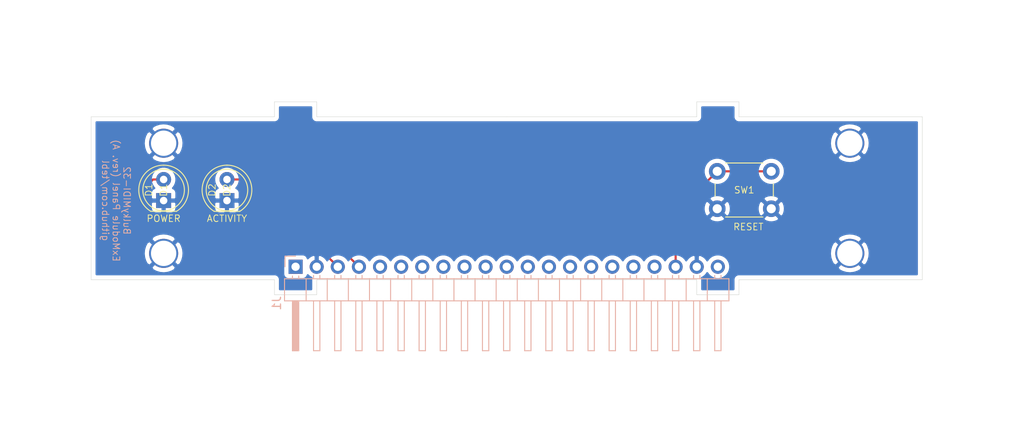
<source format=kicad_pcb>
(kicad_pcb (version 20171130) (host pcbnew "(5.1.8)-1")

  (general
    (thickness 1.6)
    (drawings 23)
    (tracks 12)
    (zones 0)
    (modules 8)
    (nets 5)
  )

  (page A4)
  (layers
    (0 F.Cu signal)
    (31 B.Cu signal)
    (32 B.Adhes user)
    (33 F.Adhes user)
    (34 B.Paste user)
    (35 F.Paste user)
    (36 B.SilkS user)
    (37 F.SilkS user)
    (38 B.Mask user)
    (39 F.Mask user)
    (40 Dwgs.User user)
    (41 Cmts.User user)
    (42 Eco1.User user)
    (43 Eco2.User user)
    (44 Edge.Cuts user)
    (45 Margin user)
    (46 B.CrtYd user)
    (47 F.CrtYd user)
    (48 B.Fab user hide)
    (49 F.Fab user)
  )

  (setup
    (last_trace_width 0.25)
    (trace_clearance 0.2)
    (zone_clearance 0.508)
    (zone_45_only no)
    (trace_min 0.2)
    (via_size 0.8)
    (via_drill 0.4)
    (via_min_size 0.4)
    (via_min_drill 0.3)
    (uvia_size 0.3)
    (uvia_drill 0.1)
    (uvias_allowed no)
    (uvia_min_size 0.2)
    (uvia_min_drill 0.1)
    (edge_width 0.05)
    (segment_width 0.2)
    (pcb_text_width 0.3)
    (pcb_text_size 1.5 1.5)
    (mod_edge_width 0.12)
    (mod_text_size 1 1)
    (mod_text_width 0.15)
    (pad_size 1.524 1.524)
    (pad_drill 0.762)
    (pad_to_mask_clearance 0)
    (aux_axis_origin 0 0)
    (grid_origin 141.09 121.579)
    (visible_elements 7FFFFFFF)
    (pcbplotparams
      (layerselection 0x011fc_ffffffff)
      (usegerberextensions true)
      (usegerberattributes false)
      (usegerberadvancedattributes false)
      (creategerberjobfile false)
      (excludeedgelayer true)
      (linewidth 0.100000)
      (plotframeref false)
      (viasonmask false)
      (mode 1)
      (useauxorigin false)
      (hpglpennumber 1)
      (hpglpenspeed 20)
      (hpglpendiameter 15.000000)
      (psnegative false)
      (psa4output false)
      (plotreference true)
      (plotvalue true)
      (plotinvisibletext false)
      (padsonsilk false)
      (subtractmaskfromsilk false)
      (outputformat 1)
      (mirror false)
      (drillshape 0)
      (scaleselection 1)
      (outputdirectory "export/"))
  )

  (net 0 "")
  (net 1 GND)
  (net 2 /ACT)
  (net 3 /PWR)
  (net 4 /RESET)

  (net_class Default "This is the default net class."
    (clearance 0.2)
    (trace_width 0.25)
    (via_dia 0.8)
    (via_drill 0.4)
    (uvia_dia 0.3)
    (uvia_drill 0.1)
    (add_net /ACT)
    (add_net /PWR)
    (add_net /RESET)
  )

  (net_class PWR ""
    (clearance 0.2)
    (trace_width 0.381)
    (via_dia 0.8)
    (via_drill 0.4)
    (uvia_dia 0.3)
    (uvia_drill 0.1)
    (add_net GND)
  )

  (module LED_THT:LED_D5.0mm locked (layer F.Cu) (tedit 5995936A) (tstamp 6282A53B)
    (at 99.815 122.849 90)
    (descr "LED, diameter 5.0mm, 2 pins, http://cdn-reichelt.de/documents/datenblatt/A500/LL-504BC2E-009.pdf")
    (tags "LED diameter 5.0mm 2 pins")
    (path /6283F232)
    (fp_text reference D1 (at 1.27 -1.778 90) (layer F.SilkS)
      (effects (font (size 0.8 0.8) (thickness 0.1)))
    )
    (fp_text value POWER (at -2.159 0 180) (layer F.SilkS)
      (effects (font (size 0.8 0.8) (thickness 0.1)))
    )
    (fp_line (start 4.5 -3.25) (end -1.95 -3.25) (layer F.CrtYd) (width 0.05))
    (fp_line (start 4.5 3.25) (end 4.5 -3.25) (layer F.CrtYd) (width 0.05))
    (fp_line (start -1.95 3.25) (end 4.5 3.25) (layer F.CrtYd) (width 0.05))
    (fp_line (start -1.95 -3.25) (end -1.95 3.25) (layer F.CrtYd) (width 0.05))
    (fp_line (start -1.29 -1.545) (end -1.29 1.545) (layer F.SilkS) (width 0.12))
    (fp_line (start -1.23 -1.469694) (end -1.23 1.469694) (layer F.Fab) (width 0.1))
    (fp_circle (center 1.27 0) (end 3.77 0) (layer F.SilkS) (width 0.12))
    (fp_circle (center 1.27 0) (end 3.77 0) (layer F.Fab) (width 0.1))
    (fp_arc (start 1.27 0) (end -1.23 -1.469694) (angle 299.1) (layer F.Fab) (width 0.1))
    (fp_arc (start 1.27 0) (end -1.29 -1.54483) (angle 148.9) (layer F.SilkS) (width 0.12))
    (fp_arc (start 1.27 0) (end -1.29 1.54483) (angle -148.9) (layer F.SilkS) (width 0.12))
    (fp_text user %R (at 1.25 0 90) (layer F.SilkS)
      (effects (font (size 0.8 0.8) (thickness 0.1)))
    )
    (pad 1 thru_hole rect (at 0 0 90) (size 1.8 1.8) (drill 0.9) (layers *.Cu *.Mask)
      (net 1 GND))
    (pad 2 thru_hole circle (at 2.54 0 90) (size 1.8 1.8) (drill 0.9) (layers *.Cu *.Mask)
      (net 3 /PWR))
    (model ${KISYS3DMOD}/LED_THT.3dshapes/LED_D5.0mm.wrl
      (at (xyz 0 0 0))
      (scale (xyz 1 1 1))
      (rotate (xyz 0 0 0))
    )
  )

  (module Connector_PinHeader_2.54mm:PinHeader_1x21_P2.54mm_Horizontal locked (layer B.Cu) (tedit 59FED5CB) (tstamp 6282A785)
    (at 115.69 130.81 270)
    (descr "Through hole angled pin header, 1x21, 2.54mm pitch, 6mm pin length, single row")
    (tags "Through hole angled pin header THT 1x21 2.54mm single row")
    (path /62825997)
    (fp_text reference J1 (at 4.385 2.27 270) (layer B.SilkS)
      (effects (font (size 1 1) (thickness 0.15)) (justify mirror))
    )
    (fp_text value ExModule (at 4.385 -53.07 270) (layer B.Fab)
      (effects (font (size 1 1) (thickness 0.15)) (justify mirror))
    )
    (fp_line (start 10.55 1.8) (end -1.8 1.8) (layer B.CrtYd) (width 0.05))
    (fp_line (start 10.55 -52.6) (end 10.55 1.8) (layer B.CrtYd) (width 0.05))
    (fp_line (start -1.8 -52.6) (end 10.55 -52.6) (layer B.CrtYd) (width 0.05))
    (fp_line (start -1.8 1.8) (end -1.8 -52.6) (layer B.CrtYd) (width 0.05))
    (fp_line (start -1.27 1.27) (end 0 1.27) (layer B.SilkS) (width 0.12))
    (fp_line (start -1.27 0) (end -1.27 1.27) (layer B.SilkS) (width 0.12))
    (fp_line (start 1.042929 -51.18) (end 1.44 -51.18) (layer B.SilkS) (width 0.12))
    (fp_line (start 1.042929 -50.42) (end 1.44 -50.42) (layer B.SilkS) (width 0.12))
    (fp_line (start 10.1 -51.18) (end 4.1 -51.18) (layer B.SilkS) (width 0.12))
    (fp_line (start 10.1 -50.42) (end 10.1 -51.18) (layer B.SilkS) (width 0.12))
    (fp_line (start 4.1 -50.42) (end 10.1 -50.42) (layer B.SilkS) (width 0.12))
    (fp_line (start 1.44 -49.53) (end 4.1 -49.53) (layer B.SilkS) (width 0.12))
    (fp_line (start 1.042929 -48.64) (end 1.44 -48.64) (layer B.SilkS) (width 0.12))
    (fp_line (start 1.042929 -47.88) (end 1.44 -47.88) (layer B.SilkS) (width 0.12))
    (fp_line (start 10.1 -48.64) (end 4.1 -48.64) (layer B.SilkS) (width 0.12))
    (fp_line (start 10.1 -47.88) (end 10.1 -48.64) (layer B.SilkS) (width 0.12))
    (fp_line (start 4.1 -47.88) (end 10.1 -47.88) (layer B.SilkS) (width 0.12))
    (fp_line (start 1.44 -46.99) (end 4.1 -46.99) (layer B.SilkS) (width 0.12))
    (fp_line (start 1.042929 -46.1) (end 1.44 -46.1) (layer B.SilkS) (width 0.12))
    (fp_line (start 1.042929 -45.34) (end 1.44 -45.34) (layer B.SilkS) (width 0.12))
    (fp_line (start 10.1 -46.1) (end 4.1 -46.1) (layer B.SilkS) (width 0.12))
    (fp_line (start 10.1 -45.34) (end 10.1 -46.1) (layer B.SilkS) (width 0.12))
    (fp_line (start 4.1 -45.34) (end 10.1 -45.34) (layer B.SilkS) (width 0.12))
    (fp_line (start 1.44 -44.45) (end 4.1 -44.45) (layer B.SilkS) (width 0.12))
    (fp_line (start 1.042929 -43.56) (end 1.44 -43.56) (layer B.SilkS) (width 0.12))
    (fp_line (start 1.042929 -42.8) (end 1.44 -42.8) (layer B.SilkS) (width 0.12))
    (fp_line (start 10.1 -43.56) (end 4.1 -43.56) (layer B.SilkS) (width 0.12))
    (fp_line (start 10.1 -42.8) (end 10.1 -43.56) (layer B.SilkS) (width 0.12))
    (fp_line (start 4.1 -42.8) (end 10.1 -42.8) (layer B.SilkS) (width 0.12))
    (fp_line (start 1.44 -41.91) (end 4.1 -41.91) (layer B.SilkS) (width 0.12))
    (fp_line (start 1.042929 -41.02) (end 1.44 -41.02) (layer B.SilkS) (width 0.12))
    (fp_line (start 1.042929 -40.26) (end 1.44 -40.26) (layer B.SilkS) (width 0.12))
    (fp_line (start 10.1 -41.02) (end 4.1 -41.02) (layer B.SilkS) (width 0.12))
    (fp_line (start 10.1 -40.26) (end 10.1 -41.02) (layer B.SilkS) (width 0.12))
    (fp_line (start 4.1 -40.26) (end 10.1 -40.26) (layer B.SilkS) (width 0.12))
    (fp_line (start 1.44 -39.37) (end 4.1 -39.37) (layer B.SilkS) (width 0.12))
    (fp_line (start 1.042929 -38.48) (end 1.44 -38.48) (layer B.SilkS) (width 0.12))
    (fp_line (start 1.042929 -37.72) (end 1.44 -37.72) (layer B.SilkS) (width 0.12))
    (fp_line (start 10.1 -38.48) (end 4.1 -38.48) (layer B.SilkS) (width 0.12))
    (fp_line (start 10.1 -37.72) (end 10.1 -38.48) (layer B.SilkS) (width 0.12))
    (fp_line (start 4.1 -37.72) (end 10.1 -37.72) (layer B.SilkS) (width 0.12))
    (fp_line (start 1.44 -36.83) (end 4.1 -36.83) (layer B.SilkS) (width 0.12))
    (fp_line (start 1.042929 -35.94) (end 1.44 -35.94) (layer B.SilkS) (width 0.12))
    (fp_line (start 1.042929 -35.18) (end 1.44 -35.18) (layer B.SilkS) (width 0.12))
    (fp_line (start 10.1 -35.94) (end 4.1 -35.94) (layer B.SilkS) (width 0.12))
    (fp_line (start 10.1 -35.18) (end 10.1 -35.94) (layer B.SilkS) (width 0.12))
    (fp_line (start 4.1 -35.18) (end 10.1 -35.18) (layer B.SilkS) (width 0.12))
    (fp_line (start 1.44 -34.29) (end 4.1 -34.29) (layer B.SilkS) (width 0.12))
    (fp_line (start 1.042929 -33.4) (end 1.44 -33.4) (layer B.SilkS) (width 0.12))
    (fp_line (start 1.042929 -32.64) (end 1.44 -32.64) (layer B.SilkS) (width 0.12))
    (fp_line (start 10.1 -33.4) (end 4.1 -33.4) (layer B.SilkS) (width 0.12))
    (fp_line (start 10.1 -32.64) (end 10.1 -33.4) (layer B.SilkS) (width 0.12))
    (fp_line (start 4.1 -32.64) (end 10.1 -32.64) (layer B.SilkS) (width 0.12))
    (fp_line (start 1.44 -31.75) (end 4.1 -31.75) (layer B.SilkS) (width 0.12))
    (fp_line (start 1.042929 -30.86) (end 1.44 -30.86) (layer B.SilkS) (width 0.12))
    (fp_line (start 1.042929 -30.1) (end 1.44 -30.1) (layer B.SilkS) (width 0.12))
    (fp_line (start 10.1 -30.86) (end 4.1 -30.86) (layer B.SilkS) (width 0.12))
    (fp_line (start 10.1 -30.1) (end 10.1 -30.86) (layer B.SilkS) (width 0.12))
    (fp_line (start 4.1 -30.1) (end 10.1 -30.1) (layer B.SilkS) (width 0.12))
    (fp_line (start 1.44 -29.21) (end 4.1 -29.21) (layer B.SilkS) (width 0.12))
    (fp_line (start 1.042929 -28.32) (end 1.44 -28.32) (layer B.SilkS) (width 0.12))
    (fp_line (start 1.042929 -27.56) (end 1.44 -27.56) (layer B.SilkS) (width 0.12))
    (fp_line (start 10.1 -28.32) (end 4.1 -28.32) (layer B.SilkS) (width 0.12))
    (fp_line (start 10.1 -27.56) (end 10.1 -28.32) (layer B.SilkS) (width 0.12))
    (fp_line (start 4.1 -27.56) (end 10.1 -27.56) (layer B.SilkS) (width 0.12))
    (fp_line (start 1.44 -26.67) (end 4.1 -26.67) (layer B.SilkS) (width 0.12))
    (fp_line (start 1.042929 -25.78) (end 1.44 -25.78) (layer B.SilkS) (width 0.12))
    (fp_line (start 1.042929 -25.02) (end 1.44 -25.02) (layer B.SilkS) (width 0.12))
    (fp_line (start 10.1 -25.78) (end 4.1 -25.78) (layer B.SilkS) (width 0.12))
    (fp_line (start 10.1 -25.02) (end 10.1 -25.78) (layer B.SilkS) (width 0.12))
    (fp_line (start 4.1 -25.02) (end 10.1 -25.02) (layer B.SilkS) (width 0.12))
    (fp_line (start 1.44 -24.13) (end 4.1 -24.13) (layer B.SilkS) (width 0.12))
    (fp_line (start 1.042929 -23.24) (end 1.44 -23.24) (layer B.SilkS) (width 0.12))
    (fp_line (start 1.042929 -22.48) (end 1.44 -22.48) (layer B.SilkS) (width 0.12))
    (fp_line (start 10.1 -23.24) (end 4.1 -23.24) (layer B.SilkS) (width 0.12))
    (fp_line (start 10.1 -22.48) (end 10.1 -23.24) (layer B.SilkS) (width 0.12))
    (fp_line (start 4.1 -22.48) (end 10.1 -22.48) (layer B.SilkS) (width 0.12))
    (fp_line (start 1.44 -21.59) (end 4.1 -21.59) (layer B.SilkS) (width 0.12))
    (fp_line (start 1.042929 -20.7) (end 1.44 -20.7) (layer B.SilkS) (width 0.12))
    (fp_line (start 1.042929 -19.94) (end 1.44 -19.94) (layer B.SilkS) (width 0.12))
    (fp_line (start 10.1 -20.7) (end 4.1 -20.7) (layer B.SilkS) (width 0.12))
    (fp_line (start 10.1 -19.94) (end 10.1 -20.7) (layer B.SilkS) (width 0.12))
    (fp_line (start 4.1 -19.94) (end 10.1 -19.94) (layer B.SilkS) (width 0.12))
    (fp_line (start 1.44 -19.05) (end 4.1 -19.05) (layer B.SilkS) (width 0.12))
    (fp_line (start 1.042929 -18.16) (end 1.44 -18.16) (layer B.SilkS) (width 0.12))
    (fp_line (start 1.042929 -17.4) (end 1.44 -17.4) (layer B.SilkS) (width 0.12))
    (fp_line (start 10.1 -18.16) (end 4.1 -18.16) (layer B.SilkS) (width 0.12))
    (fp_line (start 10.1 -17.4) (end 10.1 -18.16) (layer B.SilkS) (width 0.12))
    (fp_line (start 4.1 -17.4) (end 10.1 -17.4) (layer B.SilkS) (width 0.12))
    (fp_line (start 1.44 -16.51) (end 4.1 -16.51) (layer B.SilkS) (width 0.12))
    (fp_line (start 1.042929 -15.62) (end 1.44 -15.62) (layer B.SilkS) (width 0.12))
    (fp_line (start 1.042929 -14.86) (end 1.44 -14.86) (layer B.SilkS) (width 0.12))
    (fp_line (start 10.1 -15.62) (end 4.1 -15.62) (layer B.SilkS) (width 0.12))
    (fp_line (start 10.1 -14.86) (end 10.1 -15.62) (layer B.SilkS) (width 0.12))
    (fp_line (start 4.1 -14.86) (end 10.1 -14.86) (layer B.SilkS) (width 0.12))
    (fp_line (start 1.44 -13.97) (end 4.1 -13.97) (layer B.SilkS) (width 0.12))
    (fp_line (start 1.042929 -13.08) (end 1.44 -13.08) (layer B.SilkS) (width 0.12))
    (fp_line (start 1.042929 -12.32) (end 1.44 -12.32) (layer B.SilkS) (width 0.12))
    (fp_line (start 10.1 -13.08) (end 4.1 -13.08) (layer B.SilkS) (width 0.12))
    (fp_line (start 10.1 -12.32) (end 10.1 -13.08) (layer B.SilkS) (width 0.12))
    (fp_line (start 4.1 -12.32) (end 10.1 -12.32) (layer B.SilkS) (width 0.12))
    (fp_line (start 1.44 -11.43) (end 4.1 -11.43) (layer B.SilkS) (width 0.12))
    (fp_line (start 1.042929 -10.54) (end 1.44 -10.54) (layer B.SilkS) (width 0.12))
    (fp_line (start 1.042929 -9.78) (end 1.44 -9.78) (layer B.SilkS) (width 0.12))
    (fp_line (start 10.1 -10.54) (end 4.1 -10.54) (layer B.SilkS) (width 0.12))
    (fp_line (start 10.1 -9.78) (end 10.1 -10.54) (layer B.SilkS) (width 0.12))
    (fp_line (start 4.1 -9.78) (end 10.1 -9.78) (layer B.SilkS) (width 0.12))
    (fp_line (start 1.44 -8.89) (end 4.1 -8.89) (layer B.SilkS) (width 0.12))
    (fp_line (start 1.042929 -8) (end 1.44 -8) (layer B.SilkS) (width 0.12))
    (fp_line (start 1.042929 -7.24) (end 1.44 -7.24) (layer B.SilkS) (width 0.12))
    (fp_line (start 10.1 -8) (end 4.1 -8) (layer B.SilkS) (width 0.12))
    (fp_line (start 10.1 -7.24) (end 10.1 -8) (layer B.SilkS) (width 0.12))
    (fp_line (start 4.1 -7.24) (end 10.1 -7.24) (layer B.SilkS) (width 0.12))
    (fp_line (start 1.44 -6.35) (end 4.1 -6.35) (layer B.SilkS) (width 0.12))
    (fp_line (start 1.042929 -5.46) (end 1.44 -5.46) (layer B.SilkS) (width 0.12))
    (fp_line (start 1.042929 -4.7) (end 1.44 -4.7) (layer B.SilkS) (width 0.12))
    (fp_line (start 10.1 -5.46) (end 4.1 -5.46) (layer B.SilkS) (width 0.12))
    (fp_line (start 10.1 -4.7) (end 10.1 -5.46) (layer B.SilkS) (width 0.12))
    (fp_line (start 4.1 -4.7) (end 10.1 -4.7) (layer B.SilkS) (width 0.12))
    (fp_line (start 1.44 -3.81) (end 4.1 -3.81) (layer B.SilkS) (width 0.12))
    (fp_line (start 1.042929 -2.92) (end 1.44 -2.92) (layer B.SilkS) (width 0.12))
    (fp_line (start 1.042929 -2.16) (end 1.44 -2.16) (layer B.SilkS) (width 0.12))
    (fp_line (start 10.1 -2.92) (end 4.1 -2.92) (layer B.SilkS) (width 0.12))
    (fp_line (start 10.1 -2.16) (end 10.1 -2.92) (layer B.SilkS) (width 0.12))
    (fp_line (start 4.1 -2.16) (end 10.1 -2.16) (layer B.SilkS) (width 0.12))
    (fp_line (start 1.44 -1.27) (end 4.1 -1.27) (layer B.SilkS) (width 0.12))
    (fp_line (start 1.11 -0.38) (end 1.44 -0.38) (layer B.SilkS) (width 0.12))
    (fp_line (start 1.11 0.38) (end 1.44 0.38) (layer B.SilkS) (width 0.12))
    (fp_line (start 4.1 -0.28) (end 10.1 -0.28) (layer B.SilkS) (width 0.12))
    (fp_line (start 4.1 -0.16) (end 10.1 -0.16) (layer B.SilkS) (width 0.12))
    (fp_line (start 4.1 -0.04) (end 10.1 -0.04) (layer B.SilkS) (width 0.12))
    (fp_line (start 4.1 0.08) (end 10.1 0.08) (layer B.SilkS) (width 0.12))
    (fp_line (start 4.1 0.2) (end 10.1 0.2) (layer B.SilkS) (width 0.12))
    (fp_line (start 4.1 0.32) (end 10.1 0.32) (layer B.SilkS) (width 0.12))
    (fp_line (start 10.1 -0.38) (end 4.1 -0.38) (layer B.SilkS) (width 0.12))
    (fp_line (start 10.1 0.38) (end 10.1 -0.38) (layer B.SilkS) (width 0.12))
    (fp_line (start 4.1 0.38) (end 10.1 0.38) (layer B.SilkS) (width 0.12))
    (fp_line (start 4.1 1.33) (end 1.44 1.33) (layer B.SilkS) (width 0.12))
    (fp_line (start 4.1 -52.13) (end 4.1 1.33) (layer B.SilkS) (width 0.12))
    (fp_line (start 1.44 -52.13) (end 4.1 -52.13) (layer B.SilkS) (width 0.12))
    (fp_line (start 1.44 1.33) (end 1.44 -52.13) (layer B.SilkS) (width 0.12))
    (fp_line (start 4.04 -51.12) (end 10.04 -51.12) (layer B.Fab) (width 0.1))
    (fp_line (start 10.04 -50.48) (end 10.04 -51.12) (layer B.Fab) (width 0.1))
    (fp_line (start 4.04 -50.48) (end 10.04 -50.48) (layer B.Fab) (width 0.1))
    (fp_line (start -0.32 -51.12) (end 1.5 -51.12) (layer B.Fab) (width 0.1))
    (fp_line (start -0.32 -50.48) (end -0.32 -51.12) (layer B.Fab) (width 0.1))
    (fp_line (start -0.32 -50.48) (end 1.5 -50.48) (layer B.Fab) (width 0.1))
    (fp_line (start 4.04 -48.58) (end 10.04 -48.58) (layer B.Fab) (width 0.1))
    (fp_line (start 10.04 -47.94) (end 10.04 -48.58) (layer B.Fab) (width 0.1))
    (fp_line (start 4.04 -47.94) (end 10.04 -47.94) (layer B.Fab) (width 0.1))
    (fp_line (start -0.32 -48.58) (end 1.5 -48.58) (layer B.Fab) (width 0.1))
    (fp_line (start -0.32 -47.94) (end -0.32 -48.58) (layer B.Fab) (width 0.1))
    (fp_line (start -0.32 -47.94) (end 1.5 -47.94) (layer B.Fab) (width 0.1))
    (fp_line (start 4.04 -46.04) (end 10.04 -46.04) (layer B.Fab) (width 0.1))
    (fp_line (start 10.04 -45.4) (end 10.04 -46.04) (layer B.Fab) (width 0.1))
    (fp_line (start 4.04 -45.4) (end 10.04 -45.4) (layer B.Fab) (width 0.1))
    (fp_line (start -0.32 -46.04) (end 1.5 -46.04) (layer B.Fab) (width 0.1))
    (fp_line (start -0.32 -45.4) (end -0.32 -46.04) (layer B.Fab) (width 0.1))
    (fp_line (start -0.32 -45.4) (end 1.5 -45.4) (layer B.Fab) (width 0.1))
    (fp_line (start 4.04 -43.5) (end 10.04 -43.5) (layer B.Fab) (width 0.1))
    (fp_line (start 10.04 -42.86) (end 10.04 -43.5) (layer B.Fab) (width 0.1))
    (fp_line (start 4.04 -42.86) (end 10.04 -42.86) (layer B.Fab) (width 0.1))
    (fp_line (start -0.32 -43.5) (end 1.5 -43.5) (layer B.Fab) (width 0.1))
    (fp_line (start -0.32 -42.86) (end -0.32 -43.5) (layer B.Fab) (width 0.1))
    (fp_line (start -0.32 -42.86) (end 1.5 -42.86) (layer B.Fab) (width 0.1))
    (fp_line (start 4.04 -40.96) (end 10.04 -40.96) (layer B.Fab) (width 0.1))
    (fp_line (start 10.04 -40.32) (end 10.04 -40.96) (layer B.Fab) (width 0.1))
    (fp_line (start 4.04 -40.32) (end 10.04 -40.32) (layer B.Fab) (width 0.1))
    (fp_line (start -0.32 -40.96) (end 1.5 -40.96) (layer B.Fab) (width 0.1))
    (fp_line (start -0.32 -40.32) (end -0.32 -40.96) (layer B.Fab) (width 0.1))
    (fp_line (start -0.32 -40.32) (end 1.5 -40.32) (layer B.Fab) (width 0.1))
    (fp_line (start 4.04 -38.42) (end 10.04 -38.42) (layer B.Fab) (width 0.1))
    (fp_line (start 10.04 -37.78) (end 10.04 -38.42) (layer B.Fab) (width 0.1))
    (fp_line (start 4.04 -37.78) (end 10.04 -37.78) (layer B.Fab) (width 0.1))
    (fp_line (start -0.32 -38.42) (end 1.5 -38.42) (layer B.Fab) (width 0.1))
    (fp_line (start -0.32 -37.78) (end -0.32 -38.42) (layer B.Fab) (width 0.1))
    (fp_line (start -0.32 -37.78) (end 1.5 -37.78) (layer B.Fab) (width 0.1))
    (fp_line (start 4.04 -35.88) (end 10.04 -35.88) (layer B.Fab) (width 0.1))
    (fp_line (start 10.04 -35.24) (end 10.04 -35.88) (layer B.Fab) (width 0.1))
    (fp_line (start 4.04 -35.24) (end 10.04 -35.24) (layer B.Fab) (width 0.1))
    (fp_line (start -0.32 -35.88) (end 1.5 -35.88) (layer B.Fab) (width 0.1))
    (fp_line (start -0.32 -35.24) (end -0.32 -35.88) (layer B.Fab) (width 0.1))
    (fp_line (start -0.32 -35.24) (end 1.5 -35.24) (layer B.Fab) (width 0.1))
    (fp_line (start 4.04 -33.34) (end 10.04 -33.34) (layer B.Fab) (width 0.1))
    (fp_line (start 10.04 -32.7) (end 10.04 -33.34) (layer B.Fab) (width 0.1))
    (fp_line (start 4.04 -32.7) (end 10.04 -32.7) (layer B.Fab) (width 0.1))
    (fp_line (start -0.32 -33.34) (end 1.5 -33.34) (layer B.Fab) (width 0.1))
    (fp_line (start -0.32 -32.7) (end -0.32 -33.34) (layer B.Fab) (width 0.1))
    (fp_line (start -0.32 -32.7) (end 1.5 -32.7) (layer B.Fab) (width 0.1))
    (fp_line (start 4.04 -30.8) (end 10.04 -30.8) (layer B.Fab) (width 0.1))
    (fp_line (start 10.04 -30.16) (end 10.04 -30.8) (layer B.Fab) (width 0.1))
    (fp_line (start 4.04 -30.16) (end 10.04 -30.16) (layer B.Fab) (width 0.1))
    (fp_line (start -0.32 -30.8) (end 1.5 -30.8) (layer B.Fab) (width 0.1))
    (fp_line (start -0.32 -30.16) (end -0.32 -30.8) (layer B.Fab) (width 0.1))
    (fp_line (start -0.32 -30.16) (end 1.5 -30.16) (layer B.Fab) (width 0.1))
    (fp_line (start 4.04 -28.26) (end 10.04 -28.26) (layer B.Fab) (width 0.1))
    (fp_line (start 10.04 -27.62) (end 10.04 -28.26) (layer B.Fab) (width 0.1))
    (fp_line (start 4.04 -27.62) (end 10.04 -27.62) (layer B.Fab) (width 0.1))
    (fp_line (start -0.32 -28.26) (end 1.5 -28.26) (layer B.Fab) (width 0.1))
    (fp_line (start -0.32 -27.62) (end -0.32 -28.26) (layer B.Fab) (width 0.1))
    (fp_line (start -0.32 -27.62) (end 1.5 -27.62) (layer B.Fab) (width 0.1))
    (fp_line (start 4.04 -25.72) (end 10.04 -25.72) (layer B.Fab) (width 0.1))
    (fp_line (start 10.04 -25.08) (end 10.04 -25.72) (layer B.Fab) (width 0.1))
    (fp_line (start 4.04 -25.08) (end 10.04 -25.08) (layer B.Fab) (width 0.1))
    (fp_line (start -0.32 -25.72) (end 1.5 -25.72) (layer B.Fab) (width 0.1))
    (fp_line (start -0.32 -25.08) (end -0.32 -25.72) (layer B.Fab) (width 0.1))
    (fp_line (start -0.32 -25.08) (end 1.5 -25.08) (layer B.Fab) (width 0.1))
    (fp_line (start 4.04 -23.18) (end 10.04 -23.18) (layer B.Fab) (width 0.1))
    (fp_line (start 10.04 -22.54) (end 10.04 -23.18) (layer B.Fab) (width 0.1))
    (fp_line (start 4.04 -22.54) (end 10.04 -22.54) (layer B.Fab) (width 0.1))
    (fp_line (start -0.32 -23.18) (end 1.5 -23.18) (layer B.Fab) (width 0.1))
    (fp_line (start -0.32 -22.54) (end -0.32 -23.18) (layer B.Fab) (width 0.1))
    (fp_line (start -0.32 -22.54) (end 1.5 -22.54) (layer B.Fab) (width 0.1))
    (fp_line (start 4.04 -20.64) (end 10.04 -20.64) (layer B.Fab) (width 0.1))
    (fp_line (start 10.04 -20) (end 10.04 -20.64) (layer B.Fab) (width 0.1))
    (fp_line (start 4.04 -20) (end 10.04 -20) (layer B.Fab) (width 0.1))
    (fp_line (start -0.32 -20.64) (end 1.5 -20.64) (layer B.Fab) (width 0.1))
    (fp_line (start -0.32 -20) (end -0.32 -20.64) (layer B.Fab) (width 0.1))
    (fp_line (start -0.32 -20) (end 1.5 -20) (layer B.Fab) (width 0.1))
    (fp_line (start 4.04 -18.1) (end 10.04 -18.1) (layer B.Fab) (width 0.1))
    (fp_line (start 10.04 -17.46) (end 10.04 -18.1) (layer B.Fab) (width 0.1))
    (fp_line (start 4.04 -17.46) (end 10.04 -17.46) (layer B.Fab) (width 0.1))
    (fp_line (start -0.32 -18.1) (end 1.5 -18.1) (layer B.Fab) (width 0.1))
    (fp_line (start -0.32 -17.46) (end -0.32 -18.1) (layer B.Fab) (width 0.1))
    (fp_line (start -0.32 -17.46) (end 1.5 -17.46) (layer B.Fab) (width 0.1))
    (fp_line (start 4.04 -15.56) (end 10.04 -15.56) (layer B.Fab) (width 0.1))
    (fp_line (start 10.04 -14.92) (end 10.04 -15.56) (layer B.Fab) (width 0.1))
    (fp_line (start 4.04 -14.92) (end 10.04 -14.92) (layer B.Fab) (width 0.1))
    (fp_line (start -0.32 -15.56) (end 1.5 -15.56) (layer B.Fab) (width 0.1))
    (fp_line (start -0.32 -14.92) (end -0.32 -15.56) (layer B.Fab) (width 0.1))
    (fp_line (start -0.32 -14.92) (end 1.5 -14.92) (layer B.Fab) (width 0.1))
    (fp_line (start 4.04 -13.02) (end 10.04 -13.02) (layer B.Fab) (width 0.1))
    (fp_line (start 10.04 -12.38) (end 10.04 -13.02) (layer B.Fab) (width 0.1))
    (fp_line (start 4.04 -12.38) (end 10.04 -12.38) (layer B.Fab) (width 0.1))
    (fp_line (start -0.32 -13.02) (end 1.5 -13.02) (layer B.Fab) (width 0.1))
    (fp_line (start -0.32 -12.38) (end -0.32 -13.02) (layer B.Fab) (width 0.1))
    (fp_line (start -0.32 -12.38) (end 1.5 -12.38) (layer B.Fab) (width 0.1))
    (fp_line (start 4.04 -10.48) (end 10.04 -10.48) (layer B.Fab) (width 0.1))
    (fp_line (start 10.04 -9.84) (end 10.04 -10.48) (layer B.Fab) (width 0.1))
    (fp_line (start 4.04 -9.84) (end 10.04 -9.84) (layer B.Fab) (width 0.1))
    (fp_line (start -0.32 -10.48) (end 1.5 -10.48) (layer B.Fab) (width 0.1))
    (fp_line (start -0.32 -9.84) (end -0.32 -10.48) (layer B.Fab) (width 0.1))
    (fp_line (start -0.32 -9.84) (end 1.5 -9.84) (layer B.Fab) (width 0.1))
    (fp_line (start 4.04 -7.94) (end 10.04 -7.94) (layer B.Fab) (width 0.1))
    (fp_line (start 10.04 -7.3) (end 10.04 -7.94) (layer B.Fab) (width 0.1))
    (fp_line (start 4.04 -7.3) (end 10.04 -7.3) (layer B.Fab) (width 0.1))
    (fp_line (start -0.32 -7.94) (end 1.5 -7.94) (layer B.Fab) (width 0.1))
    (fp_line (start -0.32 -7.3) (end -0.32 -7.94) (layer B.Fab) (width 0.1))
    (fp_line (start -0.32 -7.3) (end 1.5 -7.3) (layer B.Fab) (width 0.1))
    (fp_line (start 4.04 -5.4) (end 10.04 -5.4) (layer B.Fab) (width 0.1))
    (fp_line (start 10.04 -4.76) (end 10.04 -5.4) (layer B.Fab) (width 0.1))
    (fp_line (start 4.04 -4.76) (end 10.04 -4.76) (layer B.Fab) (width 0.1))
    (fp_line (start -0.32 -5.4) (end 1.5 -5.4) (layer B.Fab) (width 0.1))
    (fp_line (start -0.32 -4.76) (end -0.32 -5.4) (layer B.Fab) (width 0.1))
    (fp_line (start -0.32 -4.76) (end 1.5 -4.76) (layer B.Fab) (width 0.1))
    (fp_line (start 4.04 -2.86) (end 10.04 -2.86) (layer B.Fab) (width 0.1))
    (fp_line (start 10.04 -2.22) (end 10.04 -2.86) (layer B.Fab) (width 0.1))
    (fp_line (start 4.04 -2.22) (end 10.04 -2.22) (layer B.Fab) (width 0.1))
    (fp_line (start -0.32 -2.86) (end 1.5 -2.86) (layer B.Fab) (width 0.1))
    (fp_line (start -0.32 -2.22) (end -0.32 -2.86) (layer B.Fab) (width 0.1))
    (fp_line (start -0.32 -2.22) (end 1.5 -2.22) (layer B.Fab) (width 0.1))
    (fp_line (start 4.04 -0.32) (end 10.04 -0.32) (layer B.Fab) (width 0.1))
    (fp_line (start 10.04 0.32) (end 10.04 -0.32) (layer B.Fab) (width 0.1))
    (fp_line (start 4.04 0.32) (end 10.04 0.32) (layer B.Fab) (width 0.1))
    (fp_line (start -0.32 -0.32) (end 1.5 -0.32) (layer B.Fab) (width 0.1))
    (fp_line (start -0.32 0.32) (end -0.32 -0.32) (layer B.Fab) (width 0.1))
    (fp_line (start -0.32 0.32) (end 1.5 0.32) (layer B.Fab) (width 0.1))
    (fp_line (start 1.5 0.635) (end 2.135 1.27) (layer B.Fab) (width 0.1))
    (fp_line (start 1.5 -52.07) (end 1.5 0.635) (layer B.Fab) (width 0.1))
    (fp_line (start 4.04 -52.07) (end 1.5 -52.07) (layer B.Fab) (width 0.1))
    (fp_line (start 4.04 1.27) (end 4.04 -52.07) (layer B.Fab) (width 0.1))
    (fp_line (start 2.135 1.27) (end 4.04 1.27) (layer B.Fab) (width 0.1))
    (fp_text user %R (at 2.77 -25.4) (layer B.Fab)
      (effects (font (size 1 1) (thickness 0.15)) (justify mirror))
    )
    (pad 1 thru_hole rect (at 0 0 270) (size 1.7 1.7) (drill 1) (layers *.Cu *.Mask))
    (pad 2 thru_hole oval (at 0 -2.54 270) (size 1.7 1.7) (drill 1) (layers *.Cu *.Mask)
      (net 1 GND))
    (pad 3 thru_hole oval (at 0 -5.08 270) (size 1.7 1.7) (drill 1) (layers *.Cu *.Mask)
      (net 3 /PWR))
    (pad 4 thru_hole oval (at 0 -7.62 270) (size 1.7 1.7) (drill 1) (layers *.Cu *.Mask)
      (net 2 /ACT))
    (pad 5 thru_hole oval (at 0 -10.16 270) (size 1.7 1.7) (drill 1) (layers *.Cu *.Mask))
    (pad 6 thru_hole oval (at 0 -12.7 270) (size 1.7 1.7) (drill 1) (layers *.Cu *.Mask))
    (pad 7 thru_hole oval (at 0 -15.24 270) (size 1.7 1.7) (drill 1) (layers *.Cu *.Mask))
    (pad 8 thru_hole oval (at 0 -17.78 270) (size 1.7 1.7) (drill 1) (layers *.Cu *.Mask))
    (pad 9 thru_hole oval (at 0 -20.32 270) (size 1.7 1.7) (drill 1) (layers *.Cu *.Mask))
    (pad 10 thru_hole oval (at 0 -22.86 270) (size 1.7 1.7) (drill 1) (layers *.Cu *.Mask))
    (pad 11 thru_hole oval (at 0 -25.4 270) (size 1.7 1.7) (drill 1) (layers *.Cu *.Mask))
    (pad 12 thru_hole oval (at 0 -27.94 270) (size 1.7 1.7) (drill 1) (layers *.Cu *.Mask))
    (pad 13 thru_hole oval (at 0 -30.48 270) (size 1.7 1.7) (drill 1) (layers *.Cu *.Mask))
    (pad 14 thru_hole oval (at 0 -33.02 270) (size 1.7 1.7) (drill 1) (layers *.Cu *.Mask))
    (pad 15 thru_hole oval (at 0 -35.56 270) (size 1.7 1.7) (drill 1) (layers *.Cu *.Mask))
    (pad 16 thru_hole oval (at 0 -38.1 270) (size 1.7 1.7) (drill 1) (layers *.Cu *.Mask))
    (pad 17 thru_hole oval (at 0 -40.64 270) (size 1.7 1.7) (drill 1) (layers *.Cu *.Mask))
    (pad 18 thru_hole oval (at 0 -43.18 270) (size 1.7 1.7) (drill 1) (layers *.Cu *.Mask))
    (pad 19 thru_hole oval (at 0 -45.72 270) (size 1.7 1.7) (drill 1) (layers *.Cu *.Mask)
      (net 4 /RESET))
    (pad 20 thru_hole oval (at 0 -48.26 270) (size 1.7 1.7) (drill 1) (layers *.Cu *.Mask)
      (net 1 GND))
    (pad 21 thru_hole oval (at 0 -50.8 270) (size 1.7 1.7) (drill 1) (layers *.Cu *.Mask))
    (model ${KISYS3DMOD}/Connector_PinHeader_2.54mm.3dshapes/PinHeader_1x21_P2.54mm_Horizontal.wrl
      (at (xyz 0 0 0))
      (scale (xyz 1 1 1))
      (rotate (xyz 0 0 0))
    )
  )

  (module mounting:M3_pin (layer F.Cu) (tedit 5F76331A) (tstamp 6282A424)
    (at 99.815 129.199)
    (descr "module 1 pin (ou trou mecanique de percage)")
    (tags DEV)
    (path /6282631C)
    (fp_text reference M1 (at 3.048 0) (layer F.Fab) hide
      (effects (font (size 1 1) (thickness 0.15)))
    )
    (fp_text value Mounting_Pin (at 0 3) (layer F.Fab) hide
      (effects (font (size 1 1) (thickness 0.15)))
    )
    (fp_circle (center 0 0) (end 2 0.8) (layer F.Fab) (width 0.1))
    (fp_circle (center 0 0) (end 2.6 0) (layer F.CrtYd) (width 0.05))
    (pad 1 thru_hole circle (at 0 0) (size 3.5 3.5) (drill 3.048) (layers *.Cu *.Mask)
      (net 1 GND) (solder_mask_margin 0.8))
  )

  (module mounting:M3_pin (layer F.Cu) (tedit 5F76331A) (tstamp 6282A42B)
    (at 182.365 129.199)
    (descr "module 1 pin (ou trou mecanique de percage)")
    (tags DEV)
    (path /62826824)
    (fp_text reference M2 (at 0 -3.048) (layer F.Fab) hide
      (effects (font (size 1 1) (thickness 0.15)))
    )
    (fp_text value Mounting_Pin (at 0 3) (layer F.Fab) hide
      (effects (font (size 1 1) (thickness 0.15)))
    )
    (fp_circle (center 0 0) (end 2.6 0) (layer F.CrtYd) (width 0.05))
    (fp_circle (center 0 0) (end 2 0.8) (layer F.Fab) (width 0.1))
    (pad 1 thru_hole circle (at 0 0) (size 3.5 3.5) (drill 3.048) (layers *.Cu *.Mask)
      (net 1 GND) (solder_mask_margin 0.8))
  )

  (module mounting:M3_pin (layer F.Cu) (tedit 5F76331A) (tstamp 6282A432)
    (at 182.365 115.949)
    (descr "module 1 pin (ou trou mecanique de percage)")
    (tags DEV)
    (path /62826D8F)
    (fp_text reference M3 (at 0 -3.048) (layer F.Fab) hide
      (effects (font (size 1 1) (thickness 0.15)))
    )
    (fp_text value Mounting_Pin (at 0 3) (layer F.Fab) hide
      (effects (font (size 1 1) (thickness 0.15)))
    )
    (fp_circle (center 0 0) (end 2 0.8) (layer F.Fab) (width 0.1))
    (fp_circle (center 0 0) (end 2.6 0) (layer F.CrtYd) (width 0.05))
    (pad 1 thru_hole circle (at 0 0) (size 3.5 3.5) (drill 3.048) (layers *.Cu *.Mask)
      (net 1 GND) (solder_mask_margin 0.8))
  )

  (module mounting:M3_pin (layer F.Cu) (tedit 5F76331A) (tstamp 6282A439)
    (at 99.815 115.949)
    (descr "module 1 pin (ou trou mecanique de percage)")
    (tags DEV)
    (path /62827110)
    (fp_text reference M4 (at 0 -3.048) (layer F.Fab) hide
      (effects (font (size 1 1) (thickness 0.15)))
    )
    (fp_text value Mounting_Pin (at 0 3) (layer F.Fab) hide
      (effects (font (size 1 1) (thickness 0.15)))
    )
    (fp_circle (center 0 0) (end 2.6 0) (layer F.CrtYd) (width 0.05))
    (fp_circle (center 0 0) (end 2 0.8) (layer F.Fab) (width 0.1))
    (pad 1 thru_hole circle (at 0 0) (size 3.5 3.5) (drill 3.048) (layers *.Cu *.Mask)
      (net 1 GND) (solder_mask_margin 0.8))
  )

  (module LED_THT:LED_D5.0mm (layer F.Cu) (tedit 5995936A) (tstamp 628EBC0D)
    (at 107.435 122.849 90)
    (descr "LED, diameter 5.0mm, 2 pins, http://cdn-reichelt.de/documents/datenblatt/A500/LL-504BC2E-009.pdf")
    (tags "LED diameter 5.0mm 2 pins")
    (path /62901D33)
    (fp_text reference D2 (at 1.27 -1.778 90) (layer F.SilkS)
      (effects (font (size 0.8 0.8) (thickness 0.1)))
    )
    (fp_text value ACTIVITY (at -2.159 0 180) (layer F.SilkS)
      (effects (font (size 0.8 0.8) (thickness 0.1)))
    )
    (fp_circle (center 1.27 0) (end 3.77 0) (layer F.Fab) (width 0.1))
    (fp_circle (center 1.27 0) (end 3.77 0) (layer F.SilkS) (width 0.12))
    (fp_line (start -1.23 -1.469694) (end -1.23 1.469694) (layer F.Fab) (width 0.1))
    (fp_line (start -1.29 -1.545) (end -1.29 1.545) (layer F.SilkS) (width 0.12))
    (fp_line (start -1.95 -3.25) (end -1.95 3.25) (layer F.CrtYd) (width 0.05))
    (fp_line (start -1.95 3.25) (end 4.5 3.25) (layer F.CrtYd) (width 0.05))
    (fp_line (start 4.5 3.25) (end 4.5 -3.25) (layer F.CrtYd) (width 0.05))
    (fp_line (start 4.5 -3.25) (end -1.95 -3.25) (layer F.CrtYd) (width 0.05))
    (fp_arc (start 1.27 0) (end -1.23 -1.469694) (angle 299.1) (layer F.Fab) (width 0.1))
    (fp_arc (start 1.27 0) (end -1.29 -1.54483) (angle 148.9) (layer F.SilkS) (width 0.12))
    (fp_arc (start 1.27 0) (end -1.29 1.54483) (angle -148.9) (layer F.SilkS) (width 0.12))
    (fp_text user %R (at 1.25 0 90) (layer F.SilkS)
      (effects (font (size 0.8 0.8) (thickness 0.1)))
    )
    (pad 1 thru_hole rect (at 0 0 90) (size 1.8 1.8) (drill 0.9) (layers *.Cu *.Mask)
      (net 1 GND))
    (pad 2 thru_hole circle (at 2.54 0 90) (size 1.8 1.8) (drill 0.9) (layers *.Cu *.Mask)
      (net 2 /ACT))
    (model ${KISYS3DMOD}/LED_THT.3dshapes/LED_D5.0mm.wrl
      (at (xyz 0 0 0))
      (scale (xyz 1 1 1))
      (rotate (xyz 0 0 0))
    )
  )

  (module switch_cutout:SW_PUSH_6mm (layer F.Cu) (tedit 63D9BD02) (tstamp 661235E5)
    (at 169.665 121.579)
    (descr https://www.omron.com/ecb/products/pdf/en-b3f.pdf)
    (tags "tact sw push 6mm")
    (path /661447CD)
    (fp_text reference SW1 (at 0 -4.79) (layer F.SilkS) hide
      (effects (font (size 0.8 0.8) (thickness 0.1)))
    )
    (fp_text value RESET (at 0.5 4.429) (layer F.SilkS)
      (effects (font (size 0.8 0.8) (thickness 0.1)))
    )
    (fp_circle (center 0 0) (end -2 0.25) (layer F.Fab) (width 0.1))
    (fp_line (start 3.5 0.75) (end 3.5 -0.75) (layer F.SilkS) (width 0.12))
    (fp_line (start 2.25 -3.25) (end -2.25 -3.25) (layer F.SilkS) (width 0.12))
    (fp_line (start -3.5 -0.75) (end -3.5 0.75) (layer F.SilkS) (width 0.12))
    (fp_line (start -2.25 3.25) (end 2.25 3.25) (layer F.SilkS) (width 0.12))
    (fp_line (start 4.75 -3.5) (end 4.75 3.5) (layer F.CrtYd) (width 0.05))
    (fp_line (start 4.5 3.75) (end -4.5 3.75) (layer F.CrtYd) (width 0.05))
    (fp_line (start -4.75 3.5) (end -4.75 -3.5) (layer F.CrtYd) (width 0.05))
    (fp_line (start -4.5 -3.75) (end 4.5 -3.75) (layer F.CrtYd) (width 0.05))
    (fp_line (start -4.75 3.75) (end -4.5 3.75) (layer F.CrtYd) (width 0.05))
    (fp_line (start -4.75 3.5) (end -4.75 3.75) (layer F.CrtYd) (width 0.05))
    (fp_line (start -4.75 -3.75) (end -4.5 -3.75) (layer F.CrtYd) (width 0.05))
    (fp_line (start -4.75 -3.5) (end -4.75 -3.75) (layer F.CrtYd) (width 0.05))
    (fp_line (start 4.75 -3.75) (end 4.75 -3.5) (layer F.CrtYd) (width 0.05))
    (fp_line (start 4.5 -3.75) (end 4.75 -3.75) (layer F.CrtYd) (width 0.05))
    (fp_line (start 4.75 3.75) (end 4.75 3.5) (layer F.CrtYd) (width 0.05))
    (fp_line (start 4.5 3.75) (end 4.75 3.75) (layer F.CrtYd) (width 0.05))
    (fp_line (start -3 -3) (end 0 -3) (layer F.Fab) (width 0.1))
    (fp_line (start -3 3) (end -3 -3) (layer F.Fab) (width 0.1))
    (fp_line (start 3 3) (end -3 3) (layer F.Fab) (width 0.1))
    (fp_line (start 3 -3) (end 3 3) (layer F.Fab) (width 0.1))
    (fp_line (start 0 -3) (end 3 -3) (layer F.Fab) (width 0.1))
    (fp_text user %R (at 0 0) (layer F.SilkS)
      (effects (font (size 0.8 0.8) (thickness 0.1)))
    )
    (pad 2 thru_hole circle (at -3.25 2.25 90) (size 2 2) (drill 1.1) (layers *.Cu *.Mask)
      (net 1 GND))
    (pad 1 thru_hole circle (at -3.25 -2.25 90) (size 2 2) (drill 1.1) (layers *.Cu *.Mask)
      (net 4 /RESET))
    (pad 2 thru_hole circle (at 3.25 2.25 90) (size 2 2) (drill 1.1) (layers *.Cu *.Mask)
      (net 1 GND))
    (pad 1 thru_hole circle (at 3.25 -2.25 90) (size 2 2) (drill 1.1) (layers *.Cu *.Mask)
      (net 4 /RESET))
    (model ${KISYS3DMOD}/Button_Switch_THT.3dshapes/SW_PUSH_6mm.wrl
      (offset (xyz -3.25 2.25 0))
      (scale (xyz 1 1 1))
      (rotate (xyz 0 0 0))
    )
  )

  (gr_text "BulkyMIDI-32\nExModule Panel (rev. A)\ngithub.com/tebl" (at 94.1 122.849 270) (layer B.SilkS) (tstamp 6286D3C9)
    (effects (font (size 0.8 0.8) (thickness 0.1)) (justify mirror))
  )
  (gr_line (start 163.95 112.774) (end 141.09 112.774) (layer Edge.Cuts) (width 0.05) (tstamp 6282E724))
  (gr_line (start 118.23 112.774) (end 141.09 112.774) (layer Edge.Cuts) (width 0.05) (tstamp 6282E723))
  (gr_line (start 113.15 112.774) (end 91.09 112.774) (layer Edge.Cuts) (width 0.05) (tstamp 6282E722))
  (gr_line (start 191.09 112.774) (end 169.03 112.774) (layer Edge.Cuts) (width 0.05) (tstamp 6282E721))
  (gr_line (start 163.95 112.774) (end 163.95 110.974) (layer Edge.Cuts) (width 0.05) (tstamp 6282E720))
  (gr_line (start 169.03 110.974) (end 163.95 110.974) (layer Edge.Cuts) (width 0.05) (tstamp 6282E71F))
  (gr_line (start 118.23 112.774) (end 118.23 110.974) (layer Edge.Cuts) (width 0.05) (tstamp 6282E71E))
  (gr_line (start 118.23 110.974) (end 113.15 110.974) (layer Edge.Cuts) (width 0.05) (tstamp 6282E71D))
  (gr_line (start 169.03 112.774) (end 169.03 110.974) (layer Edge.Cuts) (width 0.05) (tstamp 6282E71C))
  (gr_line (start 113.15 112.774) (end 113.15 110.974) (layer Edge.Cuts) (width 0.05) (tstamp 6282E71B))
  (gr_line (start 163.95 132.374) (end 141.09 132.374) (layer Edge.Cuts) (width 0.05) (tstamp 6282E6FC))
  (gr_line (start 118.23 132.374) (end 141.09 132.374) (layer Edge.Cuts) (width 0.05) (tstamp 6282E6F8))
  (gr_line (start 169.03 132.374) (end 169.03 134.174) (layer Edge.Cuts) (width 0.05) (tstamp 6282E1A4))
  (gr_line (start 163.95 132.374) (end 163.95 134.174) (layer Edge.Cuts) (width 0.05) (tstamp 6282E1A3))
  (gr_line (start 163.95 134.174) (end 169.03 134.174) (layer Edge.Cuts) (width 0.05) (tstamp 6282E1A2))
  (gr_line (start 118.23 132.374) (end 118.23 134.174) (layer Edge.Cuts) (width 0.05) (tstamp 6282E1A4))
  (gr_line (start 113.15 132.374) (end 113.15 134.174) (layer Edge.Cuts) (width 0.05) (tstamp 6282E1A3))
  (gr_line (start 113.15 134.174) (end 118.23 134.174) (layer Edge.Cuts) (width 0.05) (tstamp 6282E1A2))
  (gr_line (start 91.09 132.374) (end 113.15 132.374) (layer Edge.Cuts) (width 0.05) (tstamp 620DB217))
  (gr_line (start 91.09 112.774) (end 91.09 132.374) (layer Edge.Cuts) (width 0.05))
  (gr_line (start 191.09 132.374) (end 191.09 112.774) (layer Edge.Cuts) (width 0.05))
  (gr_line (start 169.03 132.374) (end 191.09 132.374) (layer Edge.Cuts) (width 0.05))

  (segment (start 107.435 122.849) (end 99.815 122.849) (width 0.381) (layer F.Cu) (net 1) (status 30))
  (segment (start 112.809 120.309) (end 123.31 130.81) (width 0.25) (layer F.Cu) (net 2))
  (segment (start 107.435 120.309) (end 112.809 120.309) (width 0.25) (layer F.Cu) (net 2))
  (segment (start 115.349 125.389) (end 120.77 130.81) (width 0.25) (layer F.Cu) (net 3))
  (segment (start 97.91 124.754) (end 98.545 125.389) (width 0.25) (layer F.Cu) (net 3))
  (segment (start 97.91 120.944) (end 97.91 124.754) (width 0.25) (layer F.Cu) (net 3))
  (segment (start 98.545 125.389) (end 115.349 125.389) (width 0.25) (layer F.Cu) (net 3))
  (segment (start 98.545 120.309) (end 97.91 120.944) (width 0.25) (layer F.Cu) (net 3))
  (segment (start 99.815 120.309) (end 98.545 120.309) (width 0.25) (layer F.Cu) (net 3))
  (segment (start 166.415 119.329) (end 172.915 119.329) (width 0.25) (layer F.Cu) (net 4))
  (segment (start 161.41 124.334) (end 166.415 119.329) (width 0.25) (layer F.Cu) (net 4))
  (segment (start 161.41 130.81) (end 161.41 124.334) (width 0.25) (layer F.Cu) (net 4))

  (zone (net 1) (net_name GND) (layer B.Cu) (tstamp 0) (hatch edge 0.508)
    (connect_pads (clearance 0.508))
    (min_thickness 0.254)
    (fill yes (arc_segments 32) (thermal_gap 0.508) (thermal_bridge_width 0.508))
    (polygon
      (pts
        (xy 203.32 151.424) (xy 80.13 151.424) (xy 80.13 98.719) (xy 203.32 98.719)
      )
    )
    (filled_polygon
      (pts
        (xy 117.57 112.74158) (xy 117.566807 112.774) (xy 117.57955 112.903383) (xy 117.61729 113.027793) (xy 117.678575 113.14245)
        (xy 117.761052 113.242948) (xy 117.86155 113.325425) (xy 117.976207 113.38671) (xy 118.100617 113.42445) (xy 118.23 113.437193)
        (xy 118.262419 113.434) (xy 163.917581 113.434) (xy 163.95 113.437193) (xy 163.982419 113.434) (xy 164.079383 113.42445)
        (xy 164.203793 113.38671) (xy 164.31845 113.325425) (xy 164.418948 113.242948) (xy 164.501425 113.14245) (xy 164.56271 113.027793)
        (xy 164.60045 112.903383) (xy 164.613193 112.774) (xy 164.61 112.741581) (xy 164.61 111.634) (xy 168.370001 111.634)
        (xy 168.37 112.74158) (xy 168.366807 112.774) (xy 168.37955 112.903383) (xy 168.41729 113.027793) (xy 168.478575 113.14245)
        (xy 168.561052 113.242948) (xy 168.66155 113.325425) (xy 168.776207 113.38671) (xy 168.900617 113.42445) (xy 169.03 113.437193)
        (xy 169.062419 113.434) (xy 190.430001 113.434) (xy 190.43 131.714) (xy 169.062419 131.714) (xy 169.03 131.710807)
        (xy 168.997581 131.714) (xy 168.900617 131.72355) (xy 168.776207 131.76129) (xy 168.66155 131.822575) (xy 168.561052 131.905052)
        (xy 168.478575 132.00555) (xy 168.41729 132.120207) (xy 168.37955 132.244617) (xy 168.366807 132.374) (xy 168.37 132.406418)
        (xy 168.370001 133.514) (xy 164.61 133.514) (xy 164.61 132.406418) (xy 164.613193 132.374) (xy 164.60045 132.244617)
        (xy 164.571957 132.150688) (xy 164.71692 132.081641) (xy 164.950269 131.907588) (xy 165.145178 131.691355) (xy 165.214805 131.574466)
        (xy 165.336525 131.756632) (xy 165.543368 131.963475) (xy 165.786589 132.12599) (xy 166.056842 132.237932) (xy 166.34374 132.295)
        (xy 166.63626 132.295) (xy 166.923158 132.237932) (xy 167.193411 132.12599) (xy 167.436632 131.963475) (xy 167.643475 131.756632)
        (xy 167.80599 131.513411) (xy 167.917932 131.243158) (xy 167.975 130.95626) (xy 167.975 130.868609) (xy 180.874997 130.868609)
        (xy 181.061073 131.209766) (xy 181.478409 131.425513) (xy 181.929815 131.555696) (xy 182.397946 131.595313) (xy 182.864811 131.542842)
        (xy 183.312468 131.400297) (xy 183.668927 131.209766) (xy 183.855003 130.868609) (xy 182.365 129.378605) (xy 180.874997 130.868609)
        (xy 167.975 130.868609) (xy 167.975 130.66374) (xy 167.917932 130.376842) (xy 167.80599 130.106589) (xy 167.643475 129.863368)
        (xy 167.436632 129.656525) (xy 167.193411 129.49401) (xy 166.923158 129.382068) (xy 166.63626 129.325) (xy 166.34374 129.325)
        (xy 166.056842 129.382068) (xy 165.786589 129.49401) (xy 165.543368 129.656525) (xy 165.336525 129.863368) (xy 165.214805 130.045534)
        (xy 165.145178 129.928645) (xy 164.950269 129.712412) (xy 164.71692 129.538359) (xy 164.454099 129.413175) (xy 164.30689 129.368524)
        (xy 164.077 129.489845) (xy 164.077 130.683) (xy 164.097 130.683) (xy 164.097 130.937) (xy 164.077 130.937)
        (xy 164.077 130.957) (xy 163.823 130.957) (xy 163.823 130.937) (xy 163.803 130.937) (xy 163.803 130.683)
        (xy 163.823 130.683) (xy 163.823 129.489845) (xy 163.59311 129.368524) (xy 163.445901 129.413175) (xy 163.18308 129.538359)
        (xy 162.949731 129.712412) (xy 162.754822 129.928645) (xy 162.685195 130.045534) (xy 162.563475 129.863368) (xy 162.356632 129.656525)
        (xy 162.113411 129.49401) (xy 161.843158 129.382068) (xy 161.55626 129.325) (xy 161.26374 129.325) (xy 160.976842 129.382068)
        (xy 160.706589 129.49401) (xy 160.463368 129.656525) (xy 160.256525 129.863368) (xy 160.14 130.03776) (xy 160.023475 129.863368)
        (xy 159.816632 129.656525) (xy 159.573411 129.49401) (xy 159.303158 129.382068) (xy 159.01626 129.325) (xy 158.72374 129.325)
        (xy 158.436842 129.382068) (xy 158.166589 129.49401) (xy 157.923368 129.656525) (xy 157.716525 129.863368) (xy 157.6 130.03776)
        (xy 157.483475 129.863368) (xy 157.276632 129.656525) (xy 157.033411 129.49401) (xy 156.763158 129.382068) (xy 156.47626 129.325)
        (xy 156.18374 129.325) (xy 155.896842 129.382068) (xy 155.626589 129.49401) (xy 155.383368 129.656525) (xy 155.176525 129.863368)
        (xy 155.06 130.03776) (xy 154.943475 129.863368) (xy 154.736632 129.656525) (xy 154.493411 129.49401) (xy 154.223158 129.382068)
        (xy 153.93626 129.325) (xy 153.64374 129.325) (xy 153.356842 129.382068) (xy 153.086589 129.49401) (xy 152.843368 129.656525)
        (xy 152.636525 129.863368) (xy 152.52 130.03776) (xy 152.403475 129.863368) (xy 152.196632 129.656525) (xy 151.953411 129.49401)
        (xy 151.683158 129.382068) (xy 151.39626 129.325) (xy 151.10374 129.325) (xy 150.816842 129.382068) (xy 150.546589 129.49401)
        (xy 150.303368 129.656525) (xy 150.096525 129.863368) (xy 149.98 130.03776) (xy 149.863475 129.863368) (xy 149.656632 129.656525)
        (xy 149.413411 129.49401) (xy 149.143158 129.382068) (xy 148.85626 129.325) (xy 148.56374 129.325) (xy 148.276842 129.382068)
        (xy 148.006589 129.49401) (xy 147.763368 129.656525) (xy 147.556525 129.863368) (xy 147.44 130.03776) (xy 147.323475 129.863368)
        (xy 147.116632 129.656525) (xy 146.873411 129.49401) (xy 146.603158 129.382068) (xy 146.31626 129.325) (xy 146.02374 129.325)
        (xy 145.736842 129.382068) (xy 145.466589 129.49401) (xy 145.223368 129.656525) (xy 145.016525 129.863368) (xy 144.9 130.03776)
        (xy 144.783475 129.863368) (xy 144.576632 129.656525) (xy 144.333411 129.49401) (xy 144.063158 129.382068) (xy 143.77626 129.325)
        (xy 143.48374 129.325) (xy 143.196842 129.382068) (xy 142.926589 129.49401) (xy 142.683368 129.656525) (xy 142.476525 129.863368)
        (xy 142.36 130.03776) (xy 142.243475 129.863368) (xy 142.036632 129.656525) (xy 141.793411 129.49401) (xy 141.523158 129.382068)
        (xy 141.23626 129.325) (xy 140.94374 129.325) (xy 140.656842 129.382068) (xy 140.386589 129.49401) (xy 140.143368 129.656525)
        (xy 139.936525 129.863368) (xy 139.82 130.03776) (xy 139.703475 129.863368) (xy 139.496632 129.656525) (xy 139.253411 129.49401)
        (xy 138.983158 129.382068) (xy 138.69626 129.325) (xy 138.40374 129.325) (xy 138.116842 129.382068) (xy 137.846589 129.49401)
        (xy 137.603368 129.656525) (xy 137.396525 129.863368) (xy 137.28 130.03776) (xy 137.163475 129.863368) (xy 136.956632 129.656525)
        (xy 136.713411 129.49401) (xy 136.443158 129.382068) (xy 136.15626 129.325) (xy 135.86374 129.325) (xy 135.576842 129.382068)
        (xy 135.306589 129.49401) (xy 135.063368 129.656525) (xy 134.856525 129.863368) (xy 134.74 130.03776) (xy 134.623475 129.863368)
        (xy 134.416632 129.656525) (xy 134.173411 129.49401) (xy 133.903158 129.382068) (xy 133.61626 129.325) (xy 133.32374 129.325)
        (xy 133.036842 129.382068) (xy 132.766589 129.49401) (xy 132.523368 129.656525) (xy 132.316525 129.863368) (xy 132.2 130.03776)
        (xy 132.083475 129.863368) (xy 131.876632 129.656525) (xy 131.633411 129.49401) (xy 131.363158 129.382068) (xy 131.07626 129.325)
        (xy 130.78374 129.325) (xy 130.496842 129.382068) (xy 130.226589 129.49401) (xy 129.983368 129.656525) (xy 129.776525 129.863368)
        (xy 129.66 130.03776) (xy 129.543475 129.863368) (xy 129.336632 129.656525) (xy 129.093411 129.49401) (xy 128.823158 129.382068)
        (xy 128.53626 129.325) (xy 128.24374 129.325) (xy 127.956842 129.382068) (xy 127.686589 129.49401) (xy 127.443368 129.656525)
        (xy 127.236525 129.863368) (xy 127.12 130.03776) (xy 127.003475 129.863368) (xy 126.796632 129.656525) (xy 126.553411 129.49401)
        (xy 126.283158 129.382068) (xy 125.99626 129.325) (xy 125.70374 129.325) (xy 125.416842 129.382068) (xy 125.146589 129.49401)
        (xy 124.903368 129.656525) (xy 124.696525 129.863368) (xy 124.58 130.03776) (xy 124.463475 129.863368) (xy 124.256632 129.656525)
        (xy 124.013411 129.49401) (xy 123.743158 129.382068) (xy 123.45626 129.325) (xy 123.16374 129.325) (xy 122.876842 129.382068)
        (xy 122.606589 129.49401) (xy 122.363368 129.656525) (xy 122.156525 129.863368) (xy 122.04 130.03776) (xy 121.923475 129.863368)
        (xy 121.716632 129.656525) (xy 121.473411 129.49401) (xy 121.203158 129.382068) (xy 120.91626 129.325) (xy 120.62374 129.325)
        (xy 120.336842 129.382068) (xy 120.066589 129.49401) (xy 119.823368 129.656525) (xy 119.616525 129.863368) (xy 119.494805 130.045534)
        (xy 119.425178 129.928645) (xy 119.230269 129.712412) (xy 118.99692 129.538359) (xy 118.734099 129.413175) (xy 118.58689 129.368524)
        (xy 118.357 129.489845) (xy 118.357 130.683) (xy 118.377 130.683) (xy 118.377 130.937) (xy 118.357 130.937)
        (xy 118.357 130.957) (xy 118.103 130.957) (xy 118.103 130.937) (xy 118.083 130.937) (xy 118.083 130.683)
        (xy 118.103 130.683) (xy 118.103 129.489845) (xy 117.87311 129.368524) (xy 117.725901 129.413175) (xy 117.46308 129.538359)
        (xy 117.229731 129.712412) (xy 117.153966 129.796466) (xy 117.129502 129.71582) (xy 117.070537 129.605506) (xy 116.991185 129.508815)
        (xy 116.894494 129.429463) (xy 116.78418 129.370498) (xy 116.664482 129.334188) (xy 116.54 129.321928) (xy 114.84 129.321928)
        (xy 114.715518 129.334188) (xy 114.59582 129.370498) (xy 114.485506 129.429463) (xy 114.388815 129.508815) (xy 114.309463 129.605506)
        (xy 114.250498 129.71582) (xy 114.214188 129.835518) (xy 114.201928 129.96) (xy 114.201928 131.66) (xy 114.214188 131.784482)
        (xy 114.250498 131.90418) (xy 114.309463 132.014494) (xy 114.388815 132.111185) (xy 114.485506 132.190537) (xy 114.59582 132.249502)
        (xy 114.715518 132.285812) (xy 114.84 132.298072) (xy 116.54 132.298072) (xy 116.664482 132.285812) (xy 116.78418 132.249502)
        (xy 116.894494 132.190537) (xy 116.991185 132.111185) (xy 117.070537 132.014494) (xy 117.129502 131.90418) (xy 117.153966 131.823534)
        (xy 117.229731 131.907588) (xy 117.46308 132.081641) (xy 117.608043 132.150688) (xy 117.57955 132.244617) (xy 117.566807 132.374)
        (xy 117.57 132.406418) (xy 117.570001 133.514) (xy 113.81 133.514) (xy 113.81 132.406418) (xy 113.813193 132.374)
        (xy 113.80045 132.244617) (xy 113.76271 132.120207) (xy 113.701425 132.00555) (xy 113.618948 131.905052) (xy 113.51845 131.822575)
        (xy 113.403793 131.76129) (xy 113.279383 131.72355) (xy 113.182419 131.714) (xy 113.15 131.710807) (xy 113.117581 131.714)
        (xy 91.75 131.714) (xy 91.75 130.868609) (xy 98.324997 130.868609) (xy 98.511073 131.209766) (xy 98.928409 131.425513)
        (xy 99.379815 131.555696) (xy 99.847946 131.595313) (xy 100.314811 131.542842) (xy 100.762468 131.400297) (xy 101.118927 131.209766)
        (xy 101.305003 130.868609) (xy 99.815 129.378605) (xy 98.324997 130.868609) (xy 91.75 130.868609) (xy 91.75 129.231946)
        (xy 97.418687 129.231946) (xy 97.471158 129.698811) (xy 97.613703 130.146468) (xy 97.804234 130.502927) (xy 98.145391 130.689003)
        (xy 99.635395 129.199) (xy 99.994605 129.199) (xy 101.484609 130.689003) (xy 101.825766 130.502927) (xy 102.041513 130.085591)
        (xy 102.171696 129.634185) (xy 102.205736 129.231946) (xy 179.968687 129.231946) (xy 180.021158 129.698811) (xy 180.163703 130.146468)
        (xy 180.354234 130.502927) (xy 180.695391 130.689003) (xy 182.185395 129.199) (xy 182.544605 129.199) (xy 184.034609 130.689003)
        (xy 184.375766 130.502927) (xy 184.591513 130.085591) (xy 184.721696 129.634185) (xy 184.761313 129.166054) (xy 184.708842 128.699189)
        (xy 184.566297 128.251532) (xy 184.375766 127.895073) (xy 184.034609 127.708997) (xy 182.544605 129.199) (xy 182.185395 129.199)
        (xy 180.695391 127.708997) (xy 180.354234 127.895073) (xy 180.138487 128.312409) (xy 180.008304 128.763815) (xy 179.968687 129.231946)
        (xy 102.205736 129.231946) (xy 102.211313 129.166054) (xy 102.158842 128.699189) (xy 102.016297 128.251532) (xy 101.825766 127.895073)
        (xy 101.484609 127.708997) (xy 99.994605 129.199) (xy 99.635395 129.199) (xy 98.145391 127.708997) (xy 97.804234 127.895073)
        (xy 97.588487 128.312409) (xy 97.458304 128.763815) (xy 97.418687 129.231946) (xy 91.75 129.231946) (xy 91.75 127.529391)
        (xy 98.324997 127.529391) (xy 99.815 129.019395) (xy 101.305003 127.529391) (xy 180.874997 127.529391) (xy 182.365 129.019395)
        (xy 183.855003 127.529391) (xy 183.668927 127.188234) (xy 183.251591 126.972487) (xy 182.800185 126.842304) (xy 182.332054 126.802687)
        (xy 181.865189 126.855158) (xy 181.417532 126.997703) (xy 181.061073 127.188234) (xy 180.874997 127.529391) (xy 101.305003 127.529391)
        (xy 101.118927 127.188234) (xy 100.701591 126.972487) (xy 100.250185 126.842304) (xy 99.782054 126.802687) (xy 99.315189 126.855158)
        (xy 98.867532 126.997703) (xy 98.511073 127.188234) (xy 98.324997 127.529391) (xy 91.75 127.529391) (xy 91.75 124.964413)
        (xy 165.459192 124.964413) (xy 165.554956 125.228814) (xy 165.844571 125.369704) (xy 166.156108 125.451384) (xy 166.477595 125.470718)
        (xy 166.796675 125.426961) (xy 167.101088 125.321795) (xy 167.275044 125.228814) (xy 167.370808 124.964413) (xy 171.959192 124.964413)
        (xy 172.054956 125.228814) (xy 172.344571 125.369704) (xy 172.656108 125.451384) (xy 172.977595 125.470718) (xy 173.296675 125.426961)
        (xy 173.601088 125.321795) (xy 173.775044 125.228814) (xy 173.870808 124.964413) (xy 172.915 124.008605) (xy 171.959192 124.964413)
        (xy 167.370808 124.964413) (xy 166.415 124.008605) (xy 165.459192 124.964413) (xy 91.75 124.964413) (xy 91.75 123.749)
        (xy 98.276928 123.749) (xy 98.289188 123.873482) (xy 98.325498 123.99318) (xy 98.384463 124.103494) (xy 98.463815 124.200185)
        (xy 98.560506 124.279537) (xy 98.67082 124.338502) (xy 98.790518 124.374812) (xy 98.915 124.387072) (xy 99.52925 124.384)
        (xy 99.688 124.22525) (xy 99.688 122.976) (xy 99.942 122.976) (xy 99.942 124.22525) (xy 100.10075 124.384)
        (xy 100.715 124.387072) (xy 100.839482 124.374812) (xy 100.95918 124.338502) (xy 101.069494 124.279537) (xy 101.166185 124.200185)
        (xy 101.245537 124.103494) (xy 101.304502 123.99318) (xy 101.340812 123.873482) (xy 101.353072 123.749) (xy 105.896928 123.749)
        (xy 105.909188 123.873482) (xy 105.945498 123.99318) (xy 106.004463 124.103494) (xy 106.083815 124.200185) (xy 106.180506 124.279537)
        (xy 106.29082 124.338502) (xy 106.410518 124.374812) (xy 106.535 124.387072) (xy 107.14925 124.384) (xy 107.308 124.22525)
        (xy 107.308 122.976) (xy 107.562 122.976) (xy 107.562 124.22525) (xy 107.72075 124.384) (xy 108.335 124.387072)
        (xy 108.459482 124.374812) (xy 108.57918 124.338502) (xy 108.689494 124.279537) (xy 108.786185 124.200185) (xy 108.865537 124.103494)
        (xy 108.924502 123.99318) (xy 108.955317 123.891595) (xy 164.773282 123.891595) (xy 164.817039 124.210675) (xy 164.922205 124.515088)
        (xy 165.015186 124.689044) (xy 165.279587 124.784808) (xy 166.235395 123.829) (xy 166.594605 123.829) (xy 167.550413 124.784808)
        (xy 167.814814 124.689044) (xy 167.955704 124.399429) (xy 168.037384 124.087892) (xy 168.049189 123.891595) (xy 171.273282 123.891595)
        (xy 171.317039 124.210675) (xy 171.422205 124.515088) (xy 171.515186 124.689044) (xy 171.779587 124.784808) (xy 172.735395 123.829)
        (xy 173.094605 123.829) (xy 174.050413 124.784808) (xy 174.314814 124.689044) (xy 174.455704 124.399429) (xy 174.537384 124.087892)
        (xy 174.556718 123.766405) (xy 174.512961 123.447325) (xy 174.407795 123.142912) (xy 174.314814 122.968956) (xy 174.050413 122.873192)
        (xy 173.094605 123.829) (xy 172.735395 123.829) (xy 171.779587 122.873192) (xy 171.515186 122.968956) (xy 171.374296 123.258571)
        (xy 171.292616 123.570108) (xy 171.273282 123.891595) (xy 168.049189 123.891595) (xy 168.056718 123.766405) (xy 168.012961 123.447325)
        (xy 167.907795 123.142912) (xy 167.814814 122.968956) (xy 167.550413 122.873192) (xy 166.594605 123.829) (xy 166.235395 123.829)
        (xy 165.279587 122.873192) (xy 165.015186 122.968956) (xy 164.874296 123.258571) (xy 164.792616 123.570108) (xy 164.773282 123.891595)
        (xy 108.955317 123.891595) (xy 108.960812 123.873482) (xy 108.973072 123.749) (xy 108.97 123.13475) (xy 108.81125 122.976)
        (xy 107.562 122.976) (xy 107.308 122.976) (xy 106.05875 122.976) (xy 105.9 123.13475) (xy 105.896928 123.749)
        (xy 101.353072 123.749) (xy 101.35 123.13475) (xy 101.19125 122.976) (xy 99.942 122.976) (xy 99.688 122.976)
        (xy 98.43875 122.976) (xy 98.28 123.13475) (xy 98.276928 123.749) (xy 91.75 123.749) (xy 91.75 121.949)
        (xy 98.276928 121.949) (xy 98.28 122.56325) (xy 98.43875 122.722) (xy 99.688 122.722) (xy 99.688 122.702)
        (xy 99.942 122.702) (xy 99.942 122.722) (xy 101.19125 122.722) (xy 101.35 122.56325) (xy 101.353072 121.949)
        (xy 105.896928 121.949) (xy 105.9 122.56325) (xy 106.05875 122.722) (xy 107.308 122.722) (xy 107.308 122.702)
        (xy 107.562 122.702) (xy 107.562 122.722) (xy 108.81125 122.722) (xy 108.839663 122.693587) (xy 165.459192 122.693587)
        (xy 166.415 123.649395) (xy 167.370808 122.693587) (xy 171.959192 122.693587) (xy 172.915 123.649395) (xy 173.870808 122.693587)
        (xy 173.775044 122.429186) (xy 173.485429 122.288296) (xy 173.173892 122.206616) (xy 172.852405 122.187282) (xy 172.533325 122.231039)
        (xy 172.228912 122.336205) (xy 172.054956 122.429186) (xy 171.959192 122.693587) (xy 167.370808 122.693587) (xy 167.275044 122.429186)
        (xy 166.985429 122.288296) (xy 166.673892 122.206616) (xy 166.352405 122.187282) (xy 166.033325 122.231039) (xy 165.728912 122.336205)
        (xy 165.554956 122.429186) (xy 165.459192 122.693587) (xy 108.839663 122.693587) (xy 108.97 122.56325) (xy 108.973072 121.949)
        (xy 108.960812 121.824518) (xy 108.924502 121.70482) (xy 108.865537 121.594506) (xy 108.786185 121.497815) (xy 108.689494 121.418463)
        (xy 108.57918 121.359498) (xy 108.560873 121.353944) (xy 108.627312 121.287505) (xy 108.795299 121.036095) (xy 108.911011 120.756743)
        (xy 108.97 120.460184) (xy 108.97 120.157816) (xy 108.911011 119.861257) (xy 108.795299 119.581905) (xy 108.627312 119.330495)
        (xy 108.464784 119.167967) (xy 164.78 119.167967) (xy 164.78 119.490033) (xy 164.842832 119.805912) (xy 164.966082 120.103463)
        (xy 165.145013 120.371252) (xy 165.372748 120.598987) (xy 165.640537 120.777918) (xy 165.938088 120.901168) (xy 166.253967 120.964)
        (xy 166.576033 120.964) (xy 166.891912 120.901168) (xy 167.189463 120.777918) (xy 167.457252 120.598987) (xy 167.684987 120.371252)
        (xy 167.863918 120.103463) (xy 167.987168 119.805912) (xy 168.05 119.490033) (xy 168.05 119.167967) (xy 171.28 119.167967)
        (xy 171.28 119.490033) (xy 171.342832 119.805912) (xy 171.466082 120.103463) (xy 171.645013 120.371252) (xy 171.872748 120.598987)
        (xy 172.140537 120.777918) (xy 172.438088 120.901168) (xy 172.753967 120.964) (xy 173.076033 120.964) (xy 173.391912 120.901168)
        (xy 173.689463 120.777918) (xy 173.957252 120.598987) (xy 174.184987 120.371252) (xy 174.363918 120.103463) (xy 174.487168 119.805912)
        (xy 174.55 119.490033) (xy 174.55 119.167967) (xy 174.487168 118.852088) (xy 174.363918 118.554537) (xy 174.184987 118.286748)
        (xy 173.957252 118.059013) (xy 173.689463 117.880082) (xy 173.391912 117.756832) (xy 173.076033 117.694) (xy 172.753967 117.694)
        (xy 172.438088 117.756832) (xy 172.140537 117.880082) (xy 171.872748 118.059013) (xy 171.645013 118.286748) (xy 171.466082 118.554537)
        (xy 171.342832 118.852088) (xy 171.28 119.167967) (xy 168.05 119.167967) (xy 167.987168 118.852088) (xy 167.863918 118.554537)
        (xy 167.684987 118.286748) (xy 167.457252 118.059013) (xy 167.189463 117.880082) (xy 166.891912 117.756832) (xy 166.576033 117.694)
        (xy 166.253967 117.694) (xy 165.938088 117.756832) (xy 165.640537 117.880082) (xy 165.372748 118.059013) (xy 165.145013 118.286748)
        (xy 164.966082 118.554537) (xy 164.842832 118.852088) (xy 164.78 119.167967) (xy 108.464784 119.167967) (xy 108.413505 119.116688)
        (xy 108.162095 118.948701) (xy 107.882743 118.832989) (xy 107.586184 118.774) (xy 107.283816 118.774) (xy 106.987257 118.832989)
        (xy 106.707905 118.948701) (xy 106.456495 119.116688) (xy 106.242688 119.330495) (xy 106.074701 119.581905) (xy 105.958989 119.861257)
        (xy 105.9 120.157816) (xy 105.9 120.460184) (xy 105.958989 120.756743) (xy 106.074701 121.036095) (xy 106.242688 121.287505)
        (xy 106.309127 121.353944) (xy 106.29082 121.359498) (xy 106.180506 121.418463) (xy 106.083815 121.497815) (xy 106.004463 121.594506)
        (xy 105.945498 121.70482) (xy 105.909188 121.824518) (xy 105.896928 121.949) (xy 101.353072 121.949) (xy 101.340812 121.824518)
        (xy 101.304502 121.70482) (xy 101.245537 121.594506) (xy 101.166185 121.497815) (xy 101.069494 121.418463) (xy 100.95918 121.359498)
        (xy 100.940873 121.353944) (xy 101.007312 121.287505) (xy 101.175299 121.036095) (xy 101.291011 120.756743) (xy 101.35 120.460184)
        (xy 101.35 120.157816) (xy 101.291011 119.861257) (xy 101.175299 119.581905) (xy 101.007312 119.330495) (xy 100.793505 119.116688)
        (xy 100.542095 118.948701) (xy 100.262743 118.832989) (xy 99.966184 118.774) (xy 99.663816 118.774) (xy 99.367257 118.832989)
        (xy 99.087905 118.948701) (xy 98.836495 119.116688) (xy 98.622688 119.330495) (xy 98.454701 119.581905) (xy 98.338989 119.861257)
        (xy 98.28 120.157816) (xy 98.28 120.460184) (xy 98.338989 120.756743) (xy 98.454701 121.036095) (xy 98.622688 121.287505)
        (xy 98.689127 121.353944) (xy 98.67082 121.359498) (xy 98.560506 121.418463) (xy 98.463815 121.497815) (xy 98.384463 121.594506)
        (xy 98.325498 121.70482) (xy 98.289188 121.824518) (xy 98.276928 121.949) (xy 91.75 121.949) (xy 91.75 117.618609)
        (xy 98.324997 117.618609) (xy 98.511073 117.959766) (xy 98.928409 118.175513) (xy 99.379815 118.305696) (xy 99.847946 118.345313)
        (xy 100.314811 118.292842) (xy 100.762468 118.150297) (xy 101.118927 117.959766) (xy 101.305003 117.618609) (xy 180.874997 117.618609)
        (xy 181.061073 117.959766) (xy 181.478409 118.175513) (xy 181.929815 118.305696) (xy 182.397946 118.345313) (xy 182.864811 118.292842)
        (xy 183.312468 118.150297) (xy 183.668927 117.959766) (xy 183.855003 117.618609) (xy 182.365 116.128605) (xy 180.874997 117.618609)
        (xy 101.305003 117.618609) (xy 99.815 116.128605) (xy 98.324997 117.618609) (xy 91.75 117.618609) (xy 91.75 115.981946)
        (xy 97.418687 115.981946) (xy 97.471158 116.448811) (xy 97.613703 116.896468) (xy 97.804234 117.252927) (xy 98.145391 117.439003)
        (xy 99.635395 115.949) (xy 99.994605 115.949) (xy 101.484609 117.439003) (xy 101.825766 117.252927) (xy 102.041513 116.835591)
        (xy 102.171696 116.384185) (xy 102.205736 115.981946) (xy 179.968687 115.981946) (xy 180.021158 116.448811) (xy 180.163703 116.896468)
        (xy 180.354234 117.252927) (xy 180.695391 117.439003) (xy 182.185395 115.949) (xy 182.544605 115.949) (xy 184.034609 117.439003)
        (xy 184.375766 117.252927) (xy 184.591513 116.835591) (xy 184.721696 116.384185) (xy 184.761313 115.916054) (xy 184.708842 115.449189)
        (xy 184.566297 115.001532) (xy 184.375766 114.645073) (xy 184.034609 114.458997) (xy 182.544605 115.949) (xy 182.185395 115.949)
        (xy 180.695391 114.458997) (xy 180.354234 114.645073) (xy 180.138487 115.062409) (xy 180.008304 115.513815) (xy 179.968687 115.981946)
        (xy 102.205736 115.981946) (xy 102.211313 115.916054) (xy 102.158842 115.449189) (xy 102.016297 115.001532) (xy 101.825766 114.645073)
        (xy 101.484609 114.458997) (xy 99.994605 115.949) (xy 99.635395 115.949) (xy 98.145391 114.458997) (xy 97.804234 114.645073)
        (xy 97.588487 115.062409) (xy 97.458304 115.513815) (xy 97.418687 115.981946) (xy 91.75 115.981946) (xy 91.75 114.279391)
        (xy 98.324997 114.279391) (xy 99.815 115.769395) (xy 101.305003 114.279391) (xy 180.874997 114.279391) (xy 182.365 115.769395)
        (xy 183.855003 114.279391) (xy 183.668927 113.938234) (xy 183.251591 113.722487) (xy 182.800185 113.592304) (xy 182.332054 113.552687)
        (xy 181.865189 113.605158) (xy 181.417532 113.747703) (xy 181.061073 113.938234) (xy 180.874997 114.279391) (xy 101.305003 114.279391)
        (xy 101.118927 113.938234) (xy 100.701591 113.722487) (xy 100.250185 113.592304) (xy 99.782054 113.552687) (xy 99.315189 113.605158)
        (xy 98.867532 113.747703) (xy 98.511073 113.938234) (xy 98.324997 114.279391) (xy 91.75 114.279391) (xy 91.75 113.434)
        (xy 113.117581 113.434) (xy 113.15 113.437193) (xy 113.182419 113.434) (xy 113.279383 113.42445) (xy 113.403793 113.38671)
        (xy 113.51845 113.325425) (xy 113.618948 113.242948) (xy 113.701425 113.14245) (xy 113.76271 113.027793) (xy 113.80045 112.903383)
        (xy 113.813193 112.774) (xy 113.81 112.741581) (xy 113.81 111.634) (xy 117.570001 111.634)
      )
    )
  )
)

</source>
